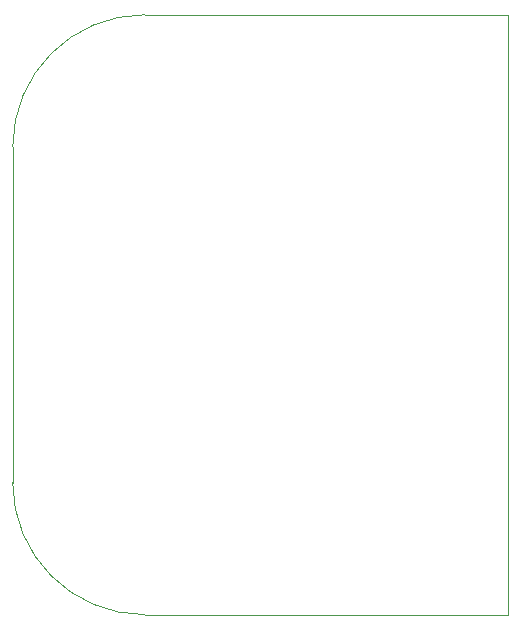
<source format=gbr>
%TF.GenerationSoftware,KiCad,Pcbnew,(5.1.6)-1*%
%TF.CreationDate,2020-06-12T21:02:23-04:00*%
%TF.ProjectId,cMoy,634d6f79-2e6b-4696-9361-645f70636258,rev?*%
%TF.SameCoordinates,Original*%
%TF.FileFunction,Profile,NP*%
%FSLAX46Y46*%
G04 Gerber Fmt 4.6, Leading zero omitted, Abs format (unit mm)*
G04 Created by KiCad (PCBNEW (5.1.6)-1) date 2020-06-12 21:02:23*
%MOMM*%
%LPD*%
G01*
G04 APERTURE LIST*
%TA.AperFunction,Profile*%
%ADD10C,0.050000*%
%TD*%
G04 APERTURE END LIST*
D10*
X125476000Y-76200000D02*
X156210000Y-76200000D01*
X125476000Y-76200000D02*
G75*
G02*
X114300000Y-65024000I0J11176000D01*
G01*
X114300000Y-36576000D02*
X114300000Y-65024000D01*
X114300000Y-36576000D02*
G75*
G02*
X125476000Y-25400000I11176000J0D01*
G01*
X156210000Y-25400000D02*
X125476000Y-25400000D01*
X156210000Y-25400000D02*
X156210000Y-76200000D01*
M02*

</source>
